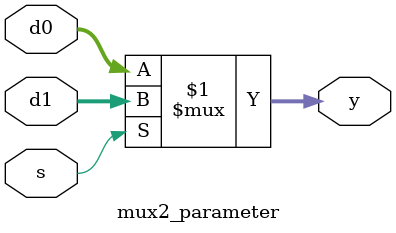
<source format=sv>
module mux2_parameter
	#(parameter width = 8)
	(input logic [width - 1:0] d0, d1,
	 input logic s,
	 output logic [width - 1:0] y);
	 
	 assign y = s ? d1 : d0;
endmodule

</source>
